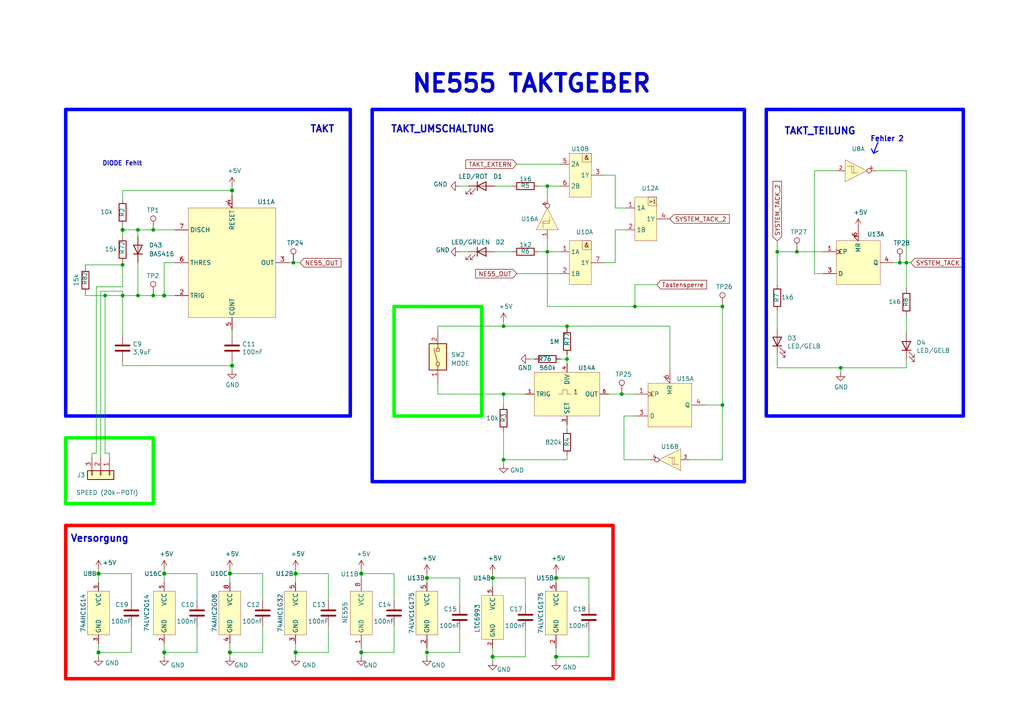
<source format=kicad_sch>
(kicad_sch (version 20210126) (generator eeschema)
  (paper "A4")
  (title_block (title "Kabeltester") (company "BMK Group") (comment 1 "Erstellt: Maximilian Hoffmann") (comment 2 "Geprüft: Robert Schulz"))
  (junction (at 28.575 166.37) (diameter 1.016))
  (junction (at 28.575 189.23) (diameter 1.016))
  (junction (at 30.48 85.725) (diameter 0.9144))
  (junction (at 35.56 66.675) (diameter 1.016))
  (junction (at 35.56 76.835) (diameter 0.9144))
  (junction (at 35.56 85.725) (diameter 0.9144))
  (junction (at 40.005 66.675) (diameter 0.9144))
  (junction (at 40.005 85.725) (diameter 0.9144))
  (junction (at 44.45 66.675) (diameter 0.9144))
  (junction (at 44.45 85.725) (diameter 0.9144))
  (junction (at 47.625 85.725) (diameter 1.016))
  (junction (at 47.625 166.37) (diameter 1.016))
  (junction (at 47.625 189.23) (diameter 1.016))
  (junction (at 66.675 166.37) (diameter 1.016))
  (junction (at 66.675 189.23) (diameter 1.016))
  (junction (at 67.31 55.245) (diameter 1.016))
  (junction (at 67.31 106.045) (diameter 1.016))
  (junction (at 85.09 76.2) (diameter 0.9144))
  (junction (at 85.725 166.37) (diameter 1.016))
  (junction (at 85.725 189.23) (diameter 1.016))
  (junction (at 104.775 166.37) (diameter 1.016))
  (junction (at 104.775 189.23) (diameter 1.016))
  (junction (at 123.825 167.64) (diameter 1.016))
  (junction (at 123.825 189.23) (diameter 0.9144))
  (junction (at 142.875 167.64) (diameter 1.016))
  (junction (at 142.875 190.5) (diameter 1.016))
  (junction (at 146.05 94.615) (diameter 0.9144))
  (junction (at 146.05 114.3) (diameter 0.9144))
  (junction (at 146.05 133.35) (diameter 0.9144))
  (junction (at 158.75 53.975) (diameter 0.9144))
  (junction (at 158.75 73.025) (diameter 0.9144))
  (junction (at 161.29 167.64) (diameter 1.016))
  (junction (at 161.29 190.5) (diameter 1.016))
  (junction (at 164.465 94.615) (diameter 0.9144))
  (junction (at 164.465 104.14) (diameter 0.9144))
  (junction (at 180.34 114.3) (diameter 0.9144))
  (junction (at 184.15 88.9) (diameter 0.9144))
  (junction (at 209.55 88.9) (diameter 0.9144))
  (junction (at 209.55 117.475) (diameter 0.9144))
  (junction (at 225.425 73.025) (diameter 0.9144))
  (junction (at 231.14 73.025) (diameter 0.9144))
  (junction (at 243.84 106.68) (diameter 0.9144))
  (junction (at 260.985 76.2) (diameter 0.9144))
  (junction (at 262.89 76.2) (diameter 0.9144))
  (wire (pts (xy 24.765 76.835) (xy 35.56 76.835)))
  (wire (pts (xy 24.765 77.47) (xy 24.765 76.835)))
  (wire (pts (xy 24.765 85.725) (xy 24.765 85.09)))
  (wire (pts (xy 24.765 85.725) (xy 30.48 85.725)))
  (wire (pts (xy 26.67 131.445) (xy 27.94 131.445)))
  (wire (pts (xy 26.67 132.715) (xy 26.67 131.445)))
  (wire (pts (xy 27.94 83.185) (xy 27.94 131.445)))
  (wire (pts (xy 27.94 83.185) (xy 35.56 83.185)))
  (wire (pts (xy 28.575 165.1) (xy 28.575 166.37)))
  (wire (pts (xy 28.575 166.37) (xy 28.575 168.91)))
  (wire (pts (xy 28.575 186.69) (xy 28.575 189.23)))
  (wire (pts (xy 28.575 189.23) (xy 28.575 190.5)))
  (wire (pts (xy 29.21 84.455) (xy 29.21 132.715)))
  (wire (pts (xy 29.21 84.455) (xy 35.56 84.455)))
  (wire (pts (xy 30.48 85.725) (xy 30.48 131.445)))
  (wire (pts (xy 30.48 85.725) (xy 35.56 85.725)))
  (wire (pts (xy 30.48 131.445) (xy 31.75 131.445)))
  (wire (pts (xy 31.75 131.445) (xy 31.75 132.715)))
  (wire (pts (xy 35.56 55.245) (xy 35.56 57.785)))
  (wire (pts (xy 35.56 55.245) (xy 67.31 55.245)))
  (wire (pts (xy 35.56 65.405) (xy 35.56 66.675)))
  (wire (pts (xy 35.56 66.675) (xy 35.56 68.58)))
  (wire (pts (xy 35.56 66.675) (xy 40.005 66.675)))
  (wire (pts (xy 35.56 76.2) (xy 35.56 76.835)))
  (wire (pts (xy 35.56 76.835) (xy 35.56 83.185)))
  (wire (pts (xy 35.56 84.455) (xy 35.56 85.725)))
  (wire (pts (xy 35.56 85.725) (xy 40.005 85.725)))
  (wire (pts (xy 35.56 97.155) (xy 35.56 85.725)))
  (wire (pts (xy 35.56 104.775) (xy 35.56 106.045)))
  (wire (pts (xy 35.56 106.045) (xy 67.31 106.045)))
  (wire (pts (xy 38.1 166.37) (xy 28.575 166.37)))
  (wire (pts (xy 38.1 173.99) (xy 38.1 166.37)))
  (wire (pts (xy 38.1 181.61) (xy 38.1 189.23)))
  (wire (pts (xy 38.1 189.23) (xy 28.575 189.23)))
  (wire (pts (xy 40.005 66.675) (xy 40.005 68.58)))
  (wire (pts (xy 40.005 66.675) (xy 44.45 66.675)))
  (wire (pts (xy 40.005 76.2) (xy 40.005 85.725)))
  (wire (pts (xy 40.005 85.725) (xy 44.45 85.725)))
  (wire (pts (xy 44.45 66.675) (xy 50.8 66.675)))
  (wire (pts (xy 44.45 85.725) (xy 47.625 85.725)))
  (wire (pts (xy 47.625 76.2) (xy 47.625 85.725)))
  (wire (pts (xy 47.625 85.725) (xy 50.8 85.725)))
  (wire (pts (xy 47.625 165.1) (xy 47.625 166.37)))
  (wire (pts (xy 47.625 166.37) (xy 47.625 168.91)))
  (wire (pts (xy 47.625 186.69) (xy 47.625 189.23)))
  (wire (pts (xy 47.625 189.23) (xy 47.625 190.5)))
  (wire (pts (xy 50.8 76.2) (xy 47.625 76.2)))
  (wire (pts (xy 57.15 166.37) (xy 47.625 166.37)))
  (wire (pts (xy 57.15 173.99) (xy 57.15 166.37)))
  (wire (pts (xy 57.15 181.61) (xy 57.15 189.23)))
  (wire (pts (xy 57.15 189.23) (xy 47.625 189.23)))
  (wire (pts (xy 66.675 165.1) (xy 66.675 166.37)))
  (wire (pts (xy 66.675 166.37) (xy 66.675 168.91)))
  (wire (pts (xy 66.675 186.69) (xy 66.675 189.23)))
  (wire (pts (xy 66.675 189.23) (xy 66.675 190.5)))
  (wire (pts (xy 67.31 53.975) (xy 67.31 55.245)))
  (wire (pts (xy 67.31 55.245) (xy 67.31 56.515)))
  (wire (pts (xy 67.31 95.885) (xy 67.31 97.155)))
  (wire (pts (xy 67.31 104.775) (xy 67.31 106.045)))
  (wire (pts (xy 67.31 106.045) (xy 67.31 107.315)))
  (wire (pts (xy 76.2 166.37) (xy 66.675 166.37)))
  (wire (pts (xy 76.2 173.99) (xy 76.2 166.37)))
  (wire (pts (xy 76.2 181.61) (xy 76.2 189.23)))
  (wire (pts (xy 76.2 189.23) (xy 66.675 189.23)))
  (wire (pts (xy 83.82 76.2) (xy 85.09 76.2)))
  (wire (pts (xy 85.09 76.2) (xy 86.995 76.2)))
  (wire (pts (xy 85.725 165.1) (xy 85.725 166.37)))
  (wire (pts (xy 85.725 166.37) (xy 85.725 168.91)))
  (wire (pts (xy 85.725 186.69) (xy 85.725 189.23)))
  (wire (pts (xy 85.725 189.23) (xy 85.725 190.5)))
  (wire (pts (xy 95.25 166.37) (xy 85.725 166.37)))
  (wire (pts (xy 95.25 173.99) (xy 95.25 166.37)))
  (wire (pts (xy 95.25 181.61) (xy 95.25 189.23)))
  (wire (pts (xy 95.25 189.23) (xy 85.725 189.23)))
  (wire (pts (xy 104.775 165.1) (xy 104.775 166.37)))
  (wire (pts (xy 104.775 166.37) (xy 104.775 167.64)))
  (wire (pts (xy 104.775 187.96) (xy 104.775 189.23)))
  (wire (pts (xy 104.775 189.23) (xy 104.775 190.5)))
  (wire (pts (xy 114.3 166.37) (xy 104.775 166.37)))
  (wire (pts (xy 114.3 173.99) (xy 114.3 166.37)))
  (wire (pts (xy 114.3 181.61) (xy 114.3 189.23)))
  (wire (pts (xy 114.3 189.23) (xy 104.775 189.23)))
  (wire (pts (xy 123.825 166.37) (xy 123.825 167.64)))
  (wire (pts (xy 123.825 167.64) (xy 123.825 168.91)))
  (wire (pts (xy 123.825 187.96) (xy 123.825 189.23)))
  (wire (pts (xy 123.825 189.23) (xy 123.825 190.5)))
  (wire (pts (xy 123.825 189.23) (xy 133.35 189.23)))
  (wire (pts (xy 127 94.615) (xy 146.05 94.615)))
  (wire (pts (xy 127 95.885) (xy 127 94.615)))
  (wire (pts (xy 127 114.3) (xy 127 111.125)))
  (wire (pts (xy 127 114.3) (xy 146.05 114.3)))
  (wire (pts (xy 133.35 167.64) (xy 123.825 167.64)))
  (wire (pts (xy 133.35 175.26) (xy 133.35 167.64)))
  (wire (pts (xy 133.35 182.88) (xy 133.35 189.23)))
  (wire (pts (xy 135.89 53.975) (xy 133.35 53.975)))
  (wire (pts (xy 135.89 73.025) (xy 133.35 73.025)))
  (wire (pts (xy 142.875 166.37) (xy 142.875 167.64)))
  (wire (pts (xy 142.875 167.64) (xy 142.875 170.18)))
  (wire (pts (xy 142.875 187.96) (xy 142.875 190.5)))
  (wire (pts (xy 142.875 190.5) (xy 142.875 191.77)))
  (wire (pts (xy 146.05 93.345) (xy 146.05 94.615)))
  (wire (pts (xy 146.05 94.615) (xy 164.465 94.615)))
  (wire (pts (xy 146.05 114.3) (xy 146.05 117.475)))
  (wire (pts (xy 146.05 114.3) (xy 152.4 114.3)))
  (wire (pts (xy 146.05 133.35) (xy 146.05 125.095)))
  (wire (pts (xy 146.05 133.35) (xy 146.05 134.62)))
  (wire (pts (xy 146.05 133.35) (xy 164.465 133.35)))
  (wire (pts (xy 148.59 53.975) (xy 143.51 53.975)))
  (wire (pts (xy 148.59 73.025) (xy 143.51 73.025)))
  (wire (pts (xy 149.86 47.625) (xy 162.56 47.625)))
  (wire (pts (xy 149.86 79.375) (xy 162.56 79.375)))
  (wire (pts (xy 152.4 167.64) (xy 142.875 167.64)))
  (wire (pts (xy 152.4 175.26) (xy 152.4 167.64)))
  (wire (pts (xy 152.4 182.88) (xy 152.4 190.5)))
  (wire (pts (xy 152.4 190.5) (xy 142.875 190.5)))
  (wire (pts (xy 153.67 104.14) (xy 154.94 104.14)))
  (wire (pts (xy 156.21 53.975) (xy 158.75 53.975)))
  (wire (pts (xy 156.21 73.025) (xy 158.75 73.025)))
  (wire (pts (xy 158.75 53.975) (xy 162.56 53.975)))
  (wire (pts (xy 158.75 57.785) (xy 158.75 53.975)))
  (wire (pts (xy 158.75 69.215) (xy 158.75 73.025)))
  (wire (pts (xy 158.75 73.025) (xy 158.75 88.9)))
  (wire (pts (xy 158.75 73.025) (xy 162.56 73.025)))
  (wire (pts (xy 158.75 88.9) (xy 184.15 88.9)))
  (wire (pts (xy 161.29 166.37) (xy 161.29 167.64)))
  (wire (pts (xy 161.29 167.64) (xy 161.29 168.91)))
  (wire (pts (xy 161.29 187.96) (xy 161.29 190.5)))
  (wire (pts (xy 161.29 190.5) (xy 161.29 191.77)))
  (wire (pts (xy 162.56 104.14) (xy 164.465 104.14)))
  (wire (pts (xy 164.465 94.615) (xy 164.465 95.25)))
  (wire (pts (xy 164.465 94.615) (xy 194.31 94.615)))
  (wire (pts (xy 164.465 102.87) (xy 164.465 104.14)))
  (wire (pts (xy 164.465 104.14) (xy 164.465 105.41)))
  (wire (pts (xy 164.465 123.19) (xy 164.465 124.46)))
  (wire (pts (xy 164.465 132.08) (xy 164.465 133.35)))
  (wire (pts (xy 170.815 167.64) (xy 161.29 167.64)))
  (wire (pts (xy 170.815 175.26) (xy 170.815 167.64)))
  (wire (pts (xy 170.815 182.88) (xy 170.815 190.5)))
  (wire (pts (xy 170.815 190.5) (xy 161.29 190.5)))
  (wire (pts (xy 175.26 50.8) (xy 178.435 50.8)))
  (wire (pts (xy 175.26 76.2) (xy 178.435 76.2)))
  (wire (pts (xy 176.53 114.3) (xy 180.34 114.3)))
  (wire (pts (xy 178.435 50.8) (xy 178.435 60.325)))
  (wire (pts (xy 178.435 60.325) (xy 181.61 60.325)))
  (wire (pts (xy 178.435 66.675) (xy 181.61 66.675)))
  (wire (pts (xy 178.435 76.2) (xy 178.435 66.675)))
  (wire (pts (xy 180.34 114.3) (xy 184.15 114.3)))
  (wire (pts (xy 180.975 120.65) (xy 180.975 133.35)))
  (wire (pts (xy 180.975 133.35) (xy 188.595 133.35)))
  (wire (pts (xy 184.15 82.55) (xy 184.15 88.9)))
  (wire (pts (xy 184.15 82.55) (xy 190.5 82.55)))
  (wire (pts (xy 184.15 88.9) (xy 209.55 88.9)))
  (wire (pts (xy 184.15 120.65) (xy 180.975 120.65)))
  (wire (pts (xy 194.31 107.315) (xy 194.31 94.615)))
  (wire (pts (xy 200.025 133.35) (xy 209.55 133.35)))
  (wire (pts (xy 204.47 117.475) (xy 209.55 117.475)))
  (wire (pts (xy 209.55 88.9) (xy 209.55 117.475)))
  (wire (pts (xy 209.55 133.35) (xy 209.55 117.475)))
  (wire (pts (xy 225.425 69.85) (xy 225.425 73.025)))
  (wire (pts (xy 225.425 73.025) (xy 225.425 82.55)))
  (wire (pts (xy 225.425 73.025) (xy 231.14 73.025)))
  (wire (pts (xy 225.425 90.17) (xy 225.425 95.25)))
  (wire (pts (xy 225.425 102.87) (xy 225.425 106.68)))
  (wire (pts (xy 225.425 106.68) (xy 243.84 106.68)))
  (wire (pts (xy 231.14 73.025) (xy 238.76 73.025)))
  (wire (pts (xy 236.22 49.53) (xy 236.22 79.375)))
  (wire (pts (xy 238.76 79.375) (xy 236.22 79.375)))
  (wire (pts (xy 242.57 49.53) (xy 236.22 49.53)))
  (wire (pts (xy 243.84 106.68) (xy 243.84 107.95)))
  (wire (pts (xy 243.84 106.68) (xy 262.89 106.68)))
  (wire (pts (xy 254 49.53) (xy 262.89 49.53)))
  (wire (pts (xy 259.08 76.2) (xy 260.985 76.2)))
  (wire (pts (xy 260.985 76.2) (xy 262.89 76.2)))
  (wire (pts (xy 262.89 49.53) (xy 262.89 76.2)))
  (wire (pts (xy 262.89 76.2) (xy 262.89 83.82)))
  (wire (pts (xy 262.89 76.2) (xy 264.16 76.2)))
  (wire (pts (xy 262.89 91.44) (xy 262.89 96.52)))
  (wire (pts (xy 262.89 106.68) (xy 262.89 104.14)))
  (polyline (pts (xy 19.05 31.75) (xy 19.05 120.65)) (stroke (width 1) (type solid) (color 0 0 255 1)))
  (polyline (pts (xy 19.05 31.75) (xy 101.6 31.75)) (stroke (width 1) (type solid) (color 0 0 255 1)))
  (polyline (pts (xy 19.05 120.65) (xy 101.6 120.65)) (stroke (width 1) (type solid) (color 0 0 255 1)))
  (polyline (pts (xy 19.05 127) (xy 19.05 146.05)) (stroke (width 1) (type solid) (color 0 255 0 1)))
  (polyline (pts (xy 19.05 127) (xy 44.45 127)) (stroke (width 1) (type solid) (color 0 255 0 1)))
  (polyline (pts (xy 19.05 152.4) (xy 19.05 196.85)) (stroke (width 1) (type solid) (color 255 0 0 1)))
  (polyline (pts (xy 19.05 152.4) (xy 177.8 152.4)) (stroke (width 1) (type solid) (color 255 0 0 1)))
  (polyline (pts (xy 44.45 127) (xy 44.45 146.05)) (stroke (width 1) (type solid) (color 0 255 0 1)))
  (polyline (pts (xy 44.45 146.05) (xy 19.05 146.05)) (stroke (width 1) (type solid) (color 0 255 0 1)))
  (polyline (pts (xy 101.6 31.75) (xy 101.6 120.65)) (stroke (width 1) (type solid) (color 0 0 255 1)))
  (polyline (pts (xy 107.95 31.75) (xy 107.95 139.7)) (stroke (width 1) (type solid) (color 0 0 255 1)))
  (polyline (pts (xy 107.95 31.75) (xy 215.9 31.75)) (stroke (width 1) (type solid) (color 0 0 255 1)))
  (polyline (pts (xy 107.95 139.7) (xy 215.9 139.7)) (stroke (width 1) (type solid) (color 0 0 255 1)))
  (polyline (pts (xy 114.3 88.9) (xy 120.65 88.9)) (stroke (width 1) (type solid) (color 0 255 0 1)))
  (polyline (pts (xy 114.3 120.65) (xy 114.3 88.9)) (stroke (width 1) (type solid) (color 0 255 0 1)))
  (polyline (pts (xy 114.3 120.65) (xy 139.7 120.65)) (stroke (width 1) (type solid) (color 0 255 0 1)))
  (polyline (pts (xy 120.65 88.9) (xy 139.7 88.9)) (stroke (width 1) (type solid) (color 0 255 0 1)))
  (polyline (pts (xy 139.7 88.9) (xy 139.7 120.65)) (stroke (width 1) (type solid) (color 0 255 0 1)))
  (polyline (pts (xy 177.8 152.4) (xy 177.8 196.85)) (stroke (width 1) (type solid) (color 255 0 0 1)))
  (polyline (pts (xy 177.8 196.85) (xy 19.05 196.85)) (stroke (width 1) (type solid) (color 255 0 0 1)))
  (polyline (pts (xy 215.9 31.75) (xy 215.9 139.7)) (stroke (width 1) (type solid) (color 0 0 255 1)))
  (polyline (pts (xy 222.25 31.75) (xy 222.25 120.65)) (stroke (width 1) (type solid) (color 0 0 255 1)))
  (polyline (pts (xy 222.25 31.75) (xy 279.4 31.75)) (stroke (width 1) (type solid) (color 0 0 255 1)))
  (polyline (pts (xy 222.25 120.65) (xy 279.4 120.65)) (stroke (width 1) (type solid) (color 0 0 255 1)))
  (polyline (pts (xy 253.365 44.45) (xy 252.73 43.18)) (stroke (width 0.3) (type solid) (color 0 0 255 1)))
  (polyline (pts (xy 253.365 44.45) (xy 254.635 41.275)) (stroke (width 0.3) (type solid) (color 0 0 255 1)))
  (polyline (pts (xy 254.635 43.815) (xy 253.365 44.45)) (stroke (width 0.3) (type solid) (color 0 0 255 1)))
  (polyline (pts (xy 279.4 31.75) (xy 279.4 120.65)) (stroke (width 1) (type solid) (color 0 0 255 1)))
  (text "Versorgung" (at 37.465 157.48 180) (effects (font (size 2 2) (thickness 0.4) bold) (justify right bottom)))
  (text "DIODE Fehlt\n" (at 41.275 48.26 180) (effects (font (size 1.27 1.27) (thickness 0.254) bold) (justify right bottom)))
  (text "TAKT\n" (at 97.155 38.735 180) (effects (font (size 2 2) (thickness 0.4) bold) (justify right bottom)))
  (text "TAKT_UMSCHALTUNG\n" (at 143.51 38.735 180) (effects (font (size 2 2) (thickness 0.4) bold) (justify right bottom)))
  (text "NE555 TAKTGEBER\n" (at 189.23 27.305 180) (effects (font (size 5 5) (thickness 1) bold) (justify right bottom)))
  (text "TAKT_TEILUNG\n\n" (at 248.285 42.545 180) (effects (font (size 2 2) (thickness 0.4) bold) (justify right bottom)))
  (text "Fehler 2" (at 262.255 41.275 180) (effects (font (size 1.5 1.5) (thickness 0.3) bold) (justify right bottom)))
  (global_label "NE55_OUT" (shape input) (at 86.995 76.2 0) (property "Intersheet References" "${INTERSHEET_REFS}" (effects hide)))
  (global_label "TAKT_EXTERN" (shape input) (at 149.86 47.625 180) (property "Intersheet References" "${INTERSHEET_REFS}" (effects hide)))
  (global_label "NE55_OUT" (shape input) (at 149.86 79.375 180) (property "Intersheet References" "${INTERSHEET_REFS}" (effects hide)))
  (global_label "Tastensperre" (shape input) (at 190.5 82.55 0) (property "Intersheet References" "${INTERSHEET_REFS}" (effects hide)))
  (global_label "SYSTEM_TACK_2" (shape input) (at 194.31 63.5 0) (property "Intersheet References" "${INTERSHEET_REFS}" (effects hide)))
  (global_label "SYSTEM_TACK_2" (shape input) (at 225.425 69.85 90) (property "Intersheet References" "${INTERSHEET_REFS}" (effects hide)))
  (global_label "SYSTEM_TACK" (shape input) (at 264.16 76.2 0) (property "Intersheet References" "${INTERSHEET_REFS}" (effects hide)))
  (symbol (lib_id "Connector:TestPoint") (at 44.45 66.675 0) (unit 1)
    (property "Reference" "TP1" (at 42.545 60.96 0) (effects (justify left)))
    (property "Value" "TestPoint" (effects hide))
    (property "Footprint" "TestPoint:TestPoint_Pad_D1.0mm" (effects hide))
    (property "BMK-Nr" "-" (effects hide))
    (property "Mouser" "-" (effects hide))
  )
  (symbol (lib_id "Connector:TestPoint") (at 44.45 85.725 0) (unit 1)
    (property "Reference" "TP2" (at 42.545 80.01 0) (effects (justify left)))
    (property "Value" "TestPoint" (effects hide))
    (property "Footprint" "TestPoint:TestPoint_Pad_D1.0mm" (effects hide))
    (property "BMK-Nr" "-" (effects hide))
    (property "Mouser" "-" (effects hide))
  )
  (symbol (lib_id "Connector:TestPoint") (at 85.09 76.2 0) (unit 1)
    (property "Reference" "TP24" (at 83.185 70.485 0) (effects (justify left)))
    (property "Value" "TestPoint" (effects hide))
    (property "Footprint" "TestPoint:TestPoint_Pad_D1.0mm" (effects hide))
    (property "BMK-Nr" "-" (effects hide))
    (property "Mouser" "-" (effects hide))
  )
  (symbol (lib_id "Connector:TestPoint") (at 180.34 114.3 0) (unit 1)
    (property "Reference" "TP25" (at 178.435 108.585 0) (effects (justify left)))
    (property "Value" "TestPoint" (effects hide))
    (property "Footprint" "TestPoint:TestPoint_Pad_D1.0mm" (effects hide))
    (property "BMK-Nr" "-" (effects hide))
    (property "Mouser" "-" (effects hide))
  )
  (symbol (lib_id "Connector:TestPoint") (at 209.55 88.9 0) (unit 1)
    (property "Reference" "TP26" (at 207.645 83.185 0) (effects (justify left)))
    (property "Value" "TestPoint" (effects hide))
    (property "Footprint" "TestPoint:TestPoint_Pad_D1.0mm" (effects hide))
    (property "BMK-Nr" "-" (effects hide))
    (property "Mouser" "-" (effects hide))
  )
  (symbol (lib_id "Connector:TestPoint") (at 231.14 73.025 0) (unit 1)
    (property "Reference" "TP27" (at 229.235 67.31 0) (effects (justify left)))
    (property "Value" "TestPoint" (effects hide))
    (property "Footprint" "TestPoint:TestPoint_Pad_D1.0mm" (effects hide))
    (property "BMK-Nr" "-" (effects hide))
    (property "Mouser" "-" (effects hide))
  )
  (symbol (lib_id "Connector:TestPoint") (at 260.985 76.2 0) (unit 1)
    (property "Reference" "TP28" (at 259.08 70.485 0) (effects (justify left)))
    (property "Value" "TestPoint" (effects hide))
    (property "Footprint" "TestPoint:TestPoint_Pad_D1.0mm" (effects hide))
    (property "BMK-Nr" "-" (effects hide))
    (property "Mouser" "-" (effects hide))
  )
  (symbol (lib_id "power:+5V") (at 28.575 165.1 0) (unit 1)
    (property "Reference" "#PWR049" (effects hide))
    (property "Value" "+5V" (at 31.75 163.195 0))
  )
  (symbol (lib_id "power:+5V") (at 47.625 165.1 0) (unit 1)
    (property "Reference" "#PWR027" (effects hide))
    (property "Value" "+5V" (at 48.26 160.655 0))
  )
  (symbol (lib_id "power:+5V") (at 66.675 165.1 0) (unit 1)
    (property "Reference" "#PWR029" (effects hide))
    (property "Value" "+5V" (at 67.31 160.655 0))
  )
  (symbol (lib_id "power:+5V") (at 67.31 53.975 0) (unit 1)
    (property "Reference" "#PWR031" (effects hide))
    (property "Value" "+5V" (at 67.945 49.53 0))
  )
  (symbol (lib_id "power:+5V") (at 85.725 165.1 0) (unit 1)
    (property "Reference" "#PWR033" (effects hide))
    (property "Value" "+5V" (at 86.36 160.655 0))
  )
  (symbol (lib_id "power:+5V") (at 104.775 165.1 0) (unit 1)
    (property "Reference" "#PWR035" (effects hide))
    (property "Value" "+5V" (at 105.41 160.655 0))
  )
  (symbol (lib_id "power:+5V") (at 123.825 166.37 0) (unit 1)
    (property "Reference" "#PWR039" (effects hide))
    (property "Value" "+5V" (at 124.46 161.925 0))
  )
  (symbol (lib_id "power:+5V") (at 142.875 166.37 0) (unit 1)
    (property "Reference" "#PWR043" (effects hide))
    (property "Value" "+5V" (at 143.51 161.925 0))
  )
  (symbol (lib_id "power:+5V") (at 146.05 93.345 0) (unit 1)
    (property "Reference" "#PWR037" (effects hide))
    (property "Value" "+5V" (at 146.685 88.9 0))
  )
  (symbol (lib_id "power:+5V") (at 161.29 166.37 0) (unit 1)
    (property "Reference" "#PWR045" (effects hide))
    (property "Value" "+5V" (at 161.925 161.925 0))
  )
  (symbol (lib_id "power:+5V") (at 248.92 66.04 0) (unit 1)
    (property "Reference" "#PWR048" (effects hide))
    (property "Value" "+5V" (at 249.555 61.595 0))
  )
  (symbol (lib_id "power:GND") (at 28.575 190.5 0) (unit 1)
    (property "Reference" "#PWR050" (effects hide))
    (property "Value" "GND" (at 32.4993 192.2844 0))
  )
  (symbol (lib_id "power:GND") (at 47.625 190.5 0) (unit 1)
    (property "Reference" "#PWR028" (effects hide))
    (property "Value" "GND" (at 51.5493 192.9194 0))
  )
  (symbol (lib_id "power:GND") (at 66.675 190.5 0) (unit 1)
    (property "Reference" "#PWR030" (effects hide))
    (property "Value" "GND" (at 69.9643 192.9194 0))
  )
  (symbol (lib_id "power:GND") (at 67.31 107.315 0) (unit 1)
    (property "Reference" "#PWR032" (effects hide))
    (property "Value" "GND" (at 67.4243 111.6394 0))
  )
  (symbol (lib_id "power:GND") (at 85.725 190.5 0) (unit 1)
    (property "Reference" "#PWR034" (effects hide))
    (property "Value" "GND" (at 89.6493 192.9194 0))
  )
  (symbol (lib_id "power:GND") (at 104.775 190.5 0) (unit 1)
    (property "Reference" "#PWR036" (effects hide))
    (property "Value" "GND" (at 107.4293 192.9194 0))
  )
  (symbol (lib_id "power:GND") (at 123.825 190.5 0) (unit 1)
    (property "Reference" "#PWR040" (effects hide))
    (property "Value" "GND" (at 127.1143 192.9194 0))
  )
  (symbol (lib_id "power:GND") (at 133.35 53.975 270) (unit 1)
    (property "Reference" "#PWR041" (effects hide))
    (property "Value" "GND" (at 127.7556 53.4543 90))
  )
  (symbol (lib_id "power:GND") (at 133.35 73.025 270) (unit 1)
    (property "Reference" "#PWR042" (effects hide))
    (property "Value" "GND" (at 128.3906 72.5043 90))
  )
  (symbol (lib_id "power:GND") (at 142.875 191.77 0) (unit 1)
    (property "Reference" "#PWR044" (effects hide))
    (property "Value" "GND" (at 146.1643 194.1894 0))
  )
  (symbol (lib_id "power:GND") (at 146.05 134.62 0) (unit 1)
    (property "Reference" "#PWR038" (effects hide))
    (property "Value" "GND" (at 149.9743 136.4044 0))
  )
  (symbol (lib_id "power:GND") (at 153.67 104.14 270) (unit 1)
    (property "Reference" "#PWR0144" (effects hide))
    (property "Value" "GND" (at 154.305 106.68 90) (effects (justify right)))
  )
  (symbol (lib_id "power:GND") (at 161.29 191.77 0) (unit 1)
    (property "Reference" "#PWR046" (effects hide))
    (property "Value" "GND" (at 165.2143 193.5544 0))
  )
  (symbol (lib_id "power:GND") (at 243.84 107.95 0) (unit 1)
    (property "Reference" "#PWR047" (effects hide))
    (property "Value" "GND" (at 243.9543 112.2744 0))
  )
  (symbol (lib_name "Device:R_7") (lib_id "Device:R") (at 24.765 81.28 0) (unit 1)
    (property "Reference" "R82" (at 24.6381 82.6706 90) (effects (justify left)))
    (property "Value" "15k" (at 22.098 83.064 90) (effects (justify left)))
    (property "Footprint" "Resistor_SMD:R_0603_1608Metric_Pad0.98x0.95mm_HandSolder" (effects hide))
    (property "BMK-Nr" "BS" (effects hide))
    (property "Mouser" "-" (effects hide))
  )
  (symbol (lib_name "Device:R_1") (lib_id "Device:R") (at 35.56 61.595 0) (unit 1)
    (property "Reference" "R2" (at 35.4331 62.9856 90) (effects (justify left)))
    (property "Value" "10k" (at 29.083 61.474 0) (effects (justify left)))
    (property "Footprint" "Resistor_SMD:R_0603_1608Metric_Pad0.98x0.95mm_HandSolder" (effects hide))
    (property "BMK-Nr" "BS" (effects hide))
    (property "Mouser" "-" (effects hide))
  )
  (symbol (lib_name "Device:R_7") (lib_id "Device:R") (at 35.56 72.39 0) (unit 1)
    (property "Reference" "R72" (at 35.4331 73.7806 90) (effects (justify left)))
    (property "Value" "15k" (at 30.353 72.269 0) (effects (justify left)))
    (property "Footprint" "Resistor_SMD:R_0603_1608Metric_Pad0.98x0.95mm_HandSolder" (effects hide))
    (property "BMK-Nr" "BS" (effects hide))
    (property "Mouser" "-" (effects hide))
  )
  (symbol (lib_name "Device:R_8") (lib_id "Device:R") (at 146.05 121.285 0) (unit 1)
    (property "Reference" "R3" (at 146.05 122.555 90) (effects (justify left)))
    (property "Value" "10k" (at 140.97 121.285 0) (effects (justify left)))
    (property "Footprint" "Resistor_SMD:R_0603_1608Metric_Pad0.98x0.95mm_HandSolder" (effects hide))
    (property "BMK-Nr" "BS" (effects hide))
    (property "Mouser" "-" (effects hide))
  )
  (symbol (lib_name "Device:R_2") (lib_id "Device:R") (at 152.4 53.975 270) (unit 1)
    (property "Reference" "R5" (at 151.0094 53.8481 90) (effects (justify left)))
    (property "Value" "1k6" (at 150.616 51.943 90) (effects (justify left)))
    (property "Footprint" "Resistor_SMD:R_0603_1608Metric_Pad0.98x0.95mm_HandSolder" (effects hide))
    (property "BMK-Nr" "BS" (effects hide))
    (property "Mouser" "-" (effects hide))
  )
  (symbol (lib_name "Device:R_3") (lib_id "Device:R") (at 152.4 73.025 270) (unit 1)
    (property "Reference" "R6" (at 151.0094 72.8981 90) (effects (justify left)))
    (property "Value" "1k2" (at 150.616 70.993 90) (effects (justify left)))
    (property "Footprint" "Resistor_SMD:R_0603_1608Metric_Pad0.98x0.95mm_HandSolder" (effects hide))
    (property "BMK-Nr" "BS" (effects hide))
    (property "Mouser" "-" (effects hide))
  )
  (symbol (lib_name "Device:R_9") (lib_id "Device:R") (at 158.75 104.14 90) (unit 1)
    (property "Reference" "R76" (at 160.02 104.14 90) (effects (justify left)))
    (property "Value" "560k" (at 161.29 106.68 90) (effects (justify left)))
    (property "Footprint" "Resistor_SMD:R_0603_1608Metric_Pad0.98x0.95mm_HandSolder" (effects hide))
    (property "BMK-Nr" "BS" (effects hide))
    (property "Mouser" "-" (effects hide))
  )
  (symbol (lib_name "Device:R_5") (lib_id "Device:R") (at 164.465 99.06 0) (unit 1)
    (property "Reference" "R77" (at 164.465 100.33 90) (effects (justify left)))
    (property "Value" "1M" (at 159.385 99.06 0) (effects (justify left)))
    (property "Footprint" "Resistor_SMD:R_0603_1608Metric_Pad0.98x0.95mm_HandSolder" (effects hide))
    (property "BMK-Nr" "BS" (effects hide))
    (property "Mouser" "-" (effects hide))
  )
  (symbol (lib_name "Device:R_4") (lib_id "Device:R") (at 164.465 128.27 0) (unit 1)
    (property "Reference" "R4" (at 164.465 129.54 90) (effects (justify left)))
    (property "Value" "820k" (at 158.115 128.27 0) (effects (justify left)))
    (property "Footprint" "Resistor_SMD:R_0603_1608Metric_Pad0.98x0.95mm_HandSolder" (effects hide))
    (property "BMK-Nr" "BS" (effects hide))
    (property "Mouser" "-" (effects hide))
  )
  (symbol (lib_name "Device:R_6") (lib_id "Device:R") (at 225.425 86.36 0) (unit 1)
    (property "Reference" "R7" (at 225.2981 87.7506 90) (effects (justify left)))
    (property "Value" "1k6" (at 226.568 86.239 0) (effects (justify left)))
    (property "Footprint" "Resistor_SMD:R_0603_1608Metric_Pad0.98x0.95mm_HandSolder" (effects hide))
    (property "BMK-Nr" "BS" (effects hide))
    (property "Mouser" "-" (effects hide))
  )
  (symbol (lib_id "Device:R") (at 262.89 87.63 0) (unit 1)
    (property "Reference" "R8" (at 262.7631 89.0206 90) (effects (justify left)))
    (property "Value" "1k6" (at 257.683 87.509 0) (effects (justify left)))
    (property "Footprint" "Resistor_SMD:R_0603_1608Metric_Pad0.98x0.95mm_HandSolder" (effects hide))
    (property "BMK-Nr" "BS" (effects hide))
    (property "Mouser" "-" (effects hide))
  )
  (symbol (lib_id "Device:D") (at 40.005 72.39 90) (unit 1)
    (property "Reference" "D43" (at 43.18 71.12 90) (effects (justify right)))
    (property "Value" "BAS416" (at 43.18 73.66 90) (effects (justify right)))
    (property "Footprint" "Diode_SMD:D_0805_2012Metric_Pad1.15x1.40mm_HandSolder" (effects hide))
    (property "BMK-Nr" "08-5493" (effects hide))
  )
  (symbol (lib_id "Device:LED") (at 139.7 53.975 0) (unit 1)
    (property "Reference" "D1" (at 145.7389 51.1811 0) (effects (justify right)))
    (property "Value" "LED/ROT" (at 141.535 51.181 0) (effects (justify right)))
    (property "Footprint" "LED_SMD:LED_0603_1608Metric_Pad1.05x0.95mm_HandSolder" (effects hide))
    (property "BMK-Nr" "08-8617" (effects hide))
    (property "Mouser" "604-APT1608LSECKJ3RV" (effects hide))
  )
  (symbol (lib_id "Device:LED") (at 139.7 73.025 0) (unit 1)
    (property "Reference" "D2" (at 146.3739 70.2311 0) (effects (justify right)))
    (property "Value" "LED/GRUEN" (at 142.17 70.231 0) (effects (justify right)))
    (property "Footprint" "LED_SMD:LED_0603_1608Metric_Pad1.05x0.95mm_HandSolder" (effects hide))
    (property "BMK-Nr" "08-8620" (effects hide))
    (property "Mouser" "604-APT1608LZGCK" (effects hide))
  )
  (symbol (lib_id "Device:LED") (at 225.425 99.06 90) (unit 1)
    (property "Reference" "D3" (at 228.3461 98.1011 90) (effects (justify right)))
    (property "Value" "LED/GELB" (at 228.346 100.4 90) (effects (justify right)))
    (property "Footprint" "LED_SMD:LED_0603_1608Metric_Pad1.05x0.95mm_HandSolder" (effects hide))
    (property "BMK-Nr" "08-8619" (effects hide))
    (property "Mouser" "604-APT1608LSYCKJ3RV" (effects hide))
  )
  (symbol (lib_id "Device:LED") (at 262.89 100.33 90) (unit 1)
    (property "Reference" "D4" (at 265.8111 99.3711 90) (effects (justify right)))
    (property "Value" "LED/GELB" (at 265.811 101.67 90) (effects (justify right)))
    (property "Footprint" "LED_SMD:LED_0603_1608Metric_Pad1.05x0.95mm_HandSolder" (effects hide))
    (property "BMK-Nr" "08-8619" (effects hide))
    (property "Mouser" "604-APT1608LSYCKJ3RV" (effects hide))
  )
  (symbol (lib_name "Device:C_8") (lib_id "Device:C") (at 35.56 100.965 0) (unit 1)
    (property "Reference" "C9" (at 38.4811 99.8156 0) (effects (justify left)))
    (property "Value" "3,9uF" (at 38.481 102.114 0) (effects (justify left)))
    (property "Footprint" "Capacitor_SMD:C_0805_2012Metric_Pad1.18x1.45mm_HandSolder" (effects hide))
    (property "BMK-Nr" "BS" (effects hide))
  )
  (symbol (lib_name "Device:C_10") (lib_id "Device:C") (at 38.1 177.8 0) (unit 1)
    (property "Reference" "C19" (at 33.4011 175.3806 0) (effects (justify left)))
    (property "Value" "100nF" (at 32.131 180.219 0) (effects (justify left)))
    (property "Footprint" "Capacitor_SMD:C_0603_1608Metric_Pad1.08x0.95mm_HandSolder" (effects hide))
    (property "BMK-Nr" "BS" (effects hide))
  )
  (symbol (lib_name "Device:C_3") (lib_id "Device:C") (at 57.15 177.8 0) (unit 1)
    (property "Reference" "C10" (at 52.4511 175.3806 0) (effects (justify left)))
    (property "Value" "100nF" (at 51.181 180.219 0) (effects (justify left)))
    (property "Footprint" "Capacitor_SMD:C_0603_1608Metric_Pad1.08x0.95mm_HandSolder" (effects hide))
    (property "BMK-Nr" "BS" (effects hide))
  )
  (symbol (lib_name "Device:C_1") (lib_id "Device:C") (at 67.31 100.965 0) (unit 1)
    (property "Reference" "C11" (at 70.2311 99.8156 0) (effects (justify left)))
    (property "Value" "100nF" (at 70.231 102.114 0) (effects (justify left)))
    (property "Footprint" "Capacitor_SMD:C_0603_1608Metric_Pad1.08x0.95mm_HandSolder" (effects hide))
    (property "BMK-Nr" "BS" (effects hide))
  )
  (symbol (lib_name "Device:C_6") (lib_id "Device:C") (at 76.2 177.8 0) (unit 1)
    (property "Reference" "C12" (at 71.5011 175.3806 0) (effects (justify left)))
    (property "Value" "100nF" (at 70.231 180.219 0) (effects (justify left)))
    (property "Footprint" "Capacitor_SMD:C_0603_1608Metric_Pad1.08x0.95mm_HandSolder" (effects hide))
    (property "BMK-Nr" "BS" (effects hide))
  )
  (symbol (lib_name "Device:C_4") (lib_id "Device:C") (at 95.25 177.8 0) (unit 1)
    (property "Reference" "C13" (at 90.5511 175.3806 0) (effects (justify left)))
    (property "Value" "100nF" (at 89.281 180.219 0) (effects (justify left)))
    (property "Footprint" "Capacitor_SMD:C_0603_1608Metric_Pad1.08x0.95mm_HandSolder" (effects hide))
    (property "BMK-Nr" "BS" (effects hide))
  )
  (symbol (lib_name "Device:C_5") (lib_id "Device:C") (at 114.3 177.8 0) (unit 1)
    (property "Reference" "C14" (at 109.6011 175.3806 0) (effects (justify left)))
    (property "Value" "100nF" (at 108.331 180.219 0) (effects (justify left)))
    (property "Footprint" "Capacitor_SMD:C_0603_1608Metric_Pad1.08x0.95mm_HandSolder" (effects hide))
    (property "BMK-Nr" "BS" (effects hide))
  )
  (symbol (lib_name "Device:C_2") (lib_id "Device:C") (at 133.35 179.07 0) (unit 1)
    (property "Reference" "C15" (at 128.6511 176.6506 0) (effects (justify left)))
    (property "Value" "100nF" (at 127.381 181.489 0) (effects (justify left)))
    (property "Footprint" "Capacitor_SMD:C_0603_1608Metric_Pad1.08x0.95mm_HandSolder" (effects hide))
    (property "BMK-Nr" "BS" (effects hide))
  )
  (symbol (lib_id "Device:C") (at 152.4 179.07 0) (unit 1)
    (property "Reference" "C17" (at 147.7011 176.6506 0) (effects (justify left)))
    (property "Value" "100nF" (at 146.431 181.489 0) (effects (justify left)))
    (property "Footprint" "Capacitor_SMD:C_0603_1608Metric_Pad1.08x0.95mm_HandSolder" (effects hide))
    (property "BMK-Nr" "BS" (effects hide))
  )
  (symbol (lib_name "Device:C_11") (lib_id "Device:C") (at 170.815 179.07 0) (unit 1)
    (property "Reference" "C18" (at 166.1161 176.6506 0) (effects (justify left)))
    (property "Value" "100nF" (at 164.846 181.489 0) (effects (justify left)))
    (property "Footprint" "Capacitor_SMD:C_0603_1608Metric_Pad1.08x0.95mm_HandSolder" (effects hide))
    (property "BMK-Nr" "BS" (effects hide))
  )
  (symbol (lib_id "Connector_Generic:Conn_01x03") (at 29.21 137.795 270) (unit 1)
    (property "Reference" "J3" (at 23.495 137.795 90))
    (property "Value" "SPEED (20k-POTI)" (at 31.115 142.875 90))
    (property "Footprint" "Potentiometer_THT:Potentiometer_ACP_CA6-H2,5_Horizontal" (effects hide))
  )
  (symbol (lib_id "Kabeltester:74LVC2G14") (at 158.75 63.5 90) (unit 1)
    (property "Reference" "U16" (at 151.13 63.5 90) (effects (justify right)))
    (property "Value" "74LVC2G14" (effects hide))
    (property "Footprint" "Package_TO_SOT_SMD:SOT-23-6_Handsoldering" (effects hide))
    (property "Datasheet" "https://www.mouser.de/datasheet/2/916/74LVC2G14_Q100-1319707.pdf" (effects hide))
    (property "BMK-Nr" "06-1410" (effects hide))
    (property "Mouser" "771-74LVC2G14GVQ100H" (effects hide))
  )
  (symbol (lib_id "Kabeltester:74LVC2G14") (at 194.31 133.35 180) (unit 2)
    (property "Reference" "U16" (at 194.31 129.54 0))
    (property "Value" "74LVC2G14" (effects hide))
    (property "Footprint" "Package_TO_SOT_SMD:SOT-23-6_Handsoldering" (effects hide))
    (property "Datasheet" "https://www.mouser.de/datasheet/2/916/74LVC2G14_Q100-1319707.pdf" (effects hide))
    (property "BMK-Nr" "06-1410" (effects hide))
    (property "Mouser" "771-74LVC2G14GVQ100H" (effects hide))
  )
  (symbol (lib_id "Kabeltester:74AHC1G14") (at 247.65 49.53 0) (unit 1)
    (property "Reference" "U8" (at 248.92 43.18 0))
    (property "Value" "74AHC1G14" (effects hide))
    (property "Footprint" "Package_TO_SOT_SMD:SOT-353_SC-70-5_Handsoldering" (effects hide))
    (property "Datasheet" "https://www.diodes.com/assets/Datasheets/74AHC1G14.pdf" (effects hide))
    (property "BMK-Nr" "06-0624" (effects hide))
    (property "Mouser" "771-74AHC1G14GW-G" (effects hide))
  )
  (symbol (lib_id "Switch:SW_DIP_x01") (at 127 103.505 90) (unit 1)
    (property "Reference" "SW2" (at 130.81 102.87 90) (effects (justify right)))
    (property "Value" "MODE" (at 130.81 105.41 90) (effects (justify right)))
    (property "Footprint" "Button_Switch_SMD:SW_Push_1P1T_NO_6x6mm_H9.5mm" (effects hide))
    (property "BMK-Nr" "25-1170" (effects hide))
    (property "Mouser" "-" (effects hide))
  )
  (symbol (lib_id "Kabeltester:74AHC1G14") (at 28.575 177.8 0) (unit 2)
    (property "Reference" "U8" (at 26.035 166.37 0))
    (property "Value" "74AHC1G14" (at 24.13 177.8 90))
    (property "Footprint" "Package_TO_SOT_SMD:SOT-353_SC-70-5_Handsoldering" (effects hide))
    (property "Datasheet" "https://www.diodes.com/assets/Datasheets/74AHC1G14.pdf" (effects hide))
    (property "BMK-Nr" "06-0624" (effects hide))
    (property "Mouser" "771-74AHC1G14GW-G" (effects hide))
  )
  (symbol (lib_id "Kabeltester:74LVC2G14") (at 47.625 177.8 0) (unit 3)
    (property "Reference" "U16" (at 44.45 166.37 0))
    (property "Value" "74LVC2G14" (at 42.545 177.8 90))
    (property "Footprint" "Package_TO_SOT_SMD:SOT-23-6_Handsoldering" (effects hide))
    (property "Datasheet" "https://www.mouser.de/datasheet/2/916/74LVC2G14_Q100-1319707.pdf" (effects hide))
    (property "BMK-Nr" "06-1410" (effects hide))
    (property "Mouser" "771-74LVC2G14GVQ100H" (effects hide))
  )
  (symbol (lib_id "Kabeltester:74AHC2G08") (at 66.675 177.8 0) (unit 3)
    (property "Reference" "U10" (at 63.5 166.37 0))
    (property "Value" "74AHC2G08" (at 62.23 177.8 90))
    (property "Footprint" "Package_SO:VSSOP-8_2.4x2.1mm_P0.5mm" (effects hide))
    (property "Datasheet" "https://www.mouser.de/datasheet/2/916/74AHC_AHCT2G08-1318688.pdf" (effects hide))
    (property "BMK-Nr" "06-0948-1" (effects hide))
    (property "Mouser" "771-AHC2G08DC125" (effects hide))
  )
  (symbol (lib_id "Kabeltester:74AHC1G32") (at 85.725 177.8 0) (unit 2)
    (property "Reference" "U12" (at 82.55 166.37 0))
    (property "Value" "74AHC1G32" (at 81.28 177.8 90))
    (property "Footprint" "Package_TO_SOT_SMD:SOT-23-5_HandSoldering" (effects hide))
    (property "Datasheet" "https://www.mouser.de/datasheet/2/916/74AHC_AHCT1G32-1318882.pdf" (effects hide))
    (property "BMK-Nr" "06-0631" (effects hide))
    (property "Mouser" "771-74AHC1G32GW-G" (effects hide))
  )
  (symbol (lib_id "Kabeltester:LTC6993") (at 142.875 179.07 0) (unit 2)
    (property "Reference" "U14" (at 137.16 167.64 0) (effects (justify left)))
    (property "Value" "LTC6993" (at 138.43 183.515 90) (effects (justify left)))
    (property "Footprint" "Package_TO_SOT_SMD:SOT-23-6_Handsoldering" (effects hide))
    (property "Datasheet" "https://www.mouser.de/datasheet/2/609/LTC6993_6993_1_6993_2_6993_3_6993_4-1270601.pdf" (effects hide))
    (property "BMK-Nr" "06-6636" (effects hide))
    (property "Mouser" "584-C6993CS6-2TRMPBF" (effects hide))
  )
  (symbol (lib_id "Kabeltester:74LVC1G175") (at 123.825 177.8 0) (mirror y) (unit 2)
    (property "Reference" "U13" (at 120.65 167.64 0))
    (property "Value" "74LVC1G175" (at 119.38 177.8 90))
    (property "Footprint" "Package_TO_SOT_SMD:SOT-363_SC-70-6_Handsoldering" (effects hide))
    (property "Datasheet" "https://www.mouser.de/datasheet/2/916/74LVC1G175_Q100-1598232.pdf" (effects hide))
    (property "BMK-Nr" "06-1146" (effects hide))
    (property "Mouser" "771-74LVC1G175GW-G" (effects hide))
  )
  (symbol (lib_name "Kabeltester:74LVC1G175_1") (lib_id "Kabeltester:74LVC1G175") (at 161.29 177.8 0) (unit 2)
    (property "Reference" "U15" (at 158.115 167.64 0))
    (property "Value" "74LVC1G175" (at 156.845 177.8 90))
    (property "Footprint" "Package_TO_SOT_SMD:SOT-363_SC-70-6_Handsoldering" (effects hide))
    (property "Datasheet" "https://www.mouser.de/datasheet/2/916/74LVC1G175_Q100-1598232.pdf" (effects hide))
    (property "BMK-Nr" "06-1146" (effects hide))
    (property "Mouser" "771-74LVC1G175GW-G" (effects hide))
  )
  (symbol (lib_name "Kabeltester:NE555_1") (lib_id "Kabeltester:NE555") (at 104.775 177.8 0) (unit 2)
    (property "Reference" "U11" (at 98.8061 166.4906 0) (effects (justify left)))
    (property "Value" "NE555" (at 100.076 180.854 90) (effects (justify left)))
    (property "Footprint" "Package_SO:SOIC-8_3.9x4.9mm_P1.27mm" (effects hide))
    (property "Datasheet" "https://www.ti.com/lit/ds/symlink/ne555.pdf?HQS=dis-mous-null-mousermode-dsf-pf-null-wwe&ts=1614416325828&ref_url=https%253A%252F%252Fwww.mouser.cn%252F" (effects hide))
    (property "BMK-Nr" "11-0596" (effects hide))
    (property "Mouser" "584-C6993CS6-2TRMPBF" (effects hide))
  )
  (symbol (lib_name "Kabeltester:74AHC2G08_2") (lib_id "Kabeltester:74AHC2G08") (at 168.275 50.8 0) (unit 2)
    (property "Reference" "U10" (at 168.275 43.18 0))
    (property "Value" "74AHC2G08" (effects hide))
    (property "Footprint" "Package_SO:VSSOP-8_2.4x2.1mm_P0.5mm" (effects hide))
    (property "Datasheet" "https://www.mouser.de/datasheet/2/916/74AHC_AHCT2G08-1318688.pdf" (effects hide))
    (property "BMK-Nr" "06-0948-1" (effects hide))
    (property "Mouser" "771-AHC2G08DC125" (effects hide))
  )
  (symbol (lib_name "Kabeltester:74AHC2G08_1") (lib_id "Kabeltester:74AHC2G08") (at 168.275 76.2 0) (unit 1)
    (property "Reference" "U10" (at 169.545 67.31 0))
    (property "Value" "74AHC2G08" (effects hide))
    (property "Footprint" "Package_SO:VSSOP-8_2.4x2.1mm_P0.5mm" (effects hide))
    (property "Datasheet" "https://www.mouser.de/datasheet/2/916/74AHC_AHCT2G08-1318688.pdf" (effects hide))
    (property "BMK-Nr" "06-0948-1" (effects hide))
    (property "Mouser" "771-AHC2G08DC125" (effects hide))
  )
  (symbol (lib_name "Kabeltester:74AHC1G32_1") (lib_id "Kabeltester:74AHC1G32") (at 187.325 63.5 0) (unit 1)
    (property "Reference" "U12" (at 188.595 54.61 0))
    (property "Value" "74AHC1G32" (effects hide))
    (property "Footprint" "Package_TO_SOT_SMD:SOT-23-5_HandSoldering" (effects hide))
    (property "Datasheet" "https://www.mouser.de/datasheet/2/916/74AHC_AHCT1G32-1318882.pdf" (effects hide))
    (property "BMK-Nr" "06-0631" (effects hide))
    (property "Mouser" "771-74AHC1G32GW-G" (effects hide))
  )
  (symbol (lib_name "Kabeltester:74LVC1G175_2") (lib_id "Kabeltester:74LVC1G175") (at 194.31 117.475 0) (unit 1)
    (property "Reference" "U15" (at 198.755 109.855 0))
    (property "Value" "74LVC1G175" (effects hide))
    (property "Footprint" "Package_TO_SOT_SMD:SOT-363_SC-70-6_Handsoldering" (effects hide))
    (property "Datasheet" "https://www.mouser.de/datasheet/2/916/74LVC1G175_Q100-1598232.pdf" (effects hide))
    (property "BMK-Nr" "06-1146" (effects hide))
    (property "Mouser" "771-74LVC1G175GW-G" (effects hide))
  )
  (symbol (lib_name "Kabeltester:74LVC1G175_3") (lib_id "Kabeltester:74LVC1G175") (at 248.92 76.2 0) (unit 1)
    (property "Reference" "U13" (at 254 67.945 0))
    (property "Value" "74LVC1G175" (effects hide))
    (property "Footprint" "Package_TO_SOT_SMD:SOT-363_SC-70-6_Handsoldering" (effects hide))
    (property "Datasheet" "https://www.mouser.de/datasheet/2/916/74LVC1G175_Q100-1598232.pdf" (effects hide))
    (property "BMK-Nr" "06-1146" (effects hide))
    (property "Mouser" "771-74LVC1G175GW-G" (effects hide))
  )
  (symbol (lib_name "Kabeltester:LTC6993_1") (lib_id "Kabeltester:LTC6993") (at 164.465 114.3 0) (unit 1)
    (property "Reference" "U14" (at 170.18 106.68 0))
    (property "Value" "LTC6993" (effects hide))
    (property "Footprint" "Package_TO_SOT_SMD:SOT-23-6_Handsoldering" (effects hide))
    (property "Datasheet" "https://www.mouser.de/datasheet/2/609/LTC6993_6993_1_6993_2_6993_3_6993_4-1270601.pdf" (effects hide))
    (property "BMK-Nr" "06-6636" (effects hide))
    (property "Mouser" "584-C6993CS6-2TRMPBF" (effects hide))
  )
  (symbol (lib_id "Kabeltester:NE555") (at 67.31 76.2 0) (unit 1)
    (property "Reference" "U11" (at 74.6761 58.5406 0) (effects (justify left)))
    (property "Value" "NE555" (effects hide))
    (property "Footprint" "Package_SO:SOIC-8_3.9x4.9mm_P1.27mm" (effects hide))
    (property "Datasheet" "https://www.ti.com/lit/ds/symlink/ne555.pdf?HQS=dis-mous-null-mousermode-dsf-pf-null-wwe&ts=1614416325828&ref_url=https%253A%252F%252Fwww.mouser.cn%252F" (effects hide))
    (property "BMK-Nr" "11-0596" (effects hide))
    (property "Mouser" "584-C6993CS6-2TRMPBF" (effects hide))
  )
)
</source>
